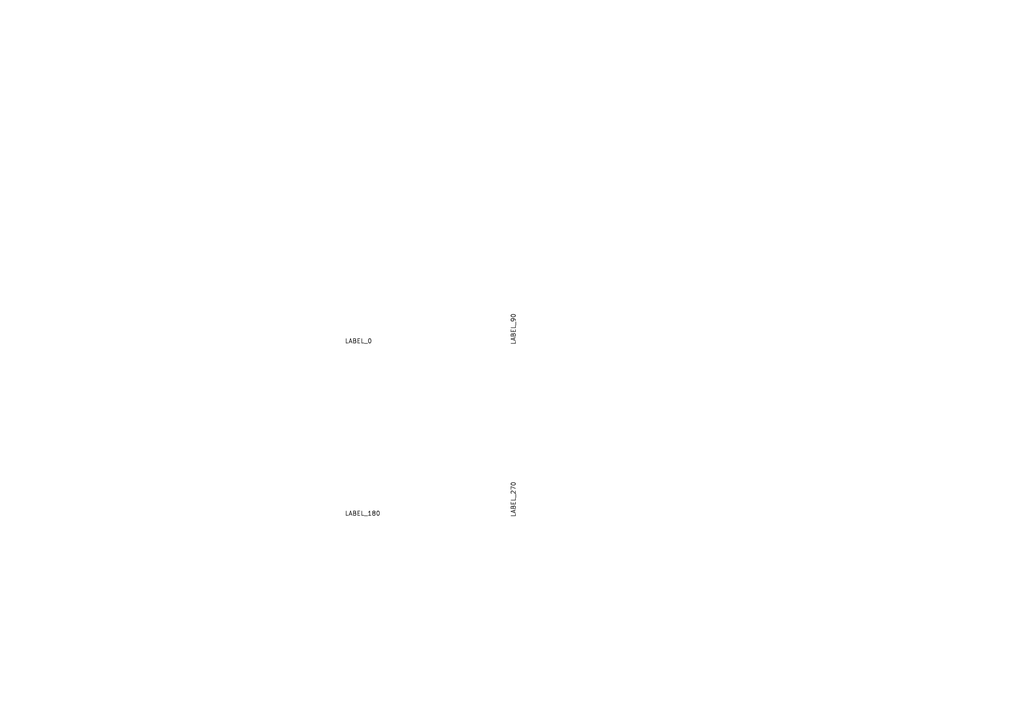
<source format=kicad_sch>
(kicad_sch
	(version 20250114)
	(generator "eeschema")
	(generator_version "9.0")
	(uuid "37419483-4101-421e-a02e-eecfb649a4c0")
	(paper "A4")
	(title_block
		(title "Label Rotations Reference")
	)
	(lib_symbols)
	(label "LABEL_0"
		(at 100 100 0)
		(effects
			(font
				(size 1.27 1.27)
			)
			(justify left bottom)
		)
		(uuid "6217bd34-b40a-4dd7-9bba-96f27e4e4451")
	)
	(label "LABEL_90"
		(at 150 100 90)
		(effects
			(font
				(size 1.27 1.27)
			)
			(justify left bottom)
		)
		(uuid "8c5d5a58-1a96-4651-9365-84d4910759aa")
	)
	(label "LABEL_180"
		(at 100 150 180)
		(effects
			(font
				(size 1.27 1.27)
			)
			(justify left bottom)
		)
		(uuid "e3317233-15bb-434d-adcb-7d8c0edc3a97")
	)
	(label "LABEL_270"
		(at 150 150 270)
		(effects
			(font
				(size 1.27 1.27)
			)
			(justify left bottom)
		)
		(uuid "31b3b32b-aca6-4095-920a-188314a2e1ae")
	)
	(sheet_instances
		(path "/"
			(page "1")
		)
	)
	(embedded_fonts no)
)

</source>
